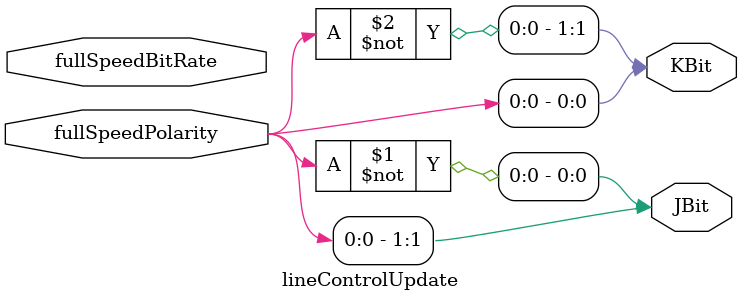
<source format=v>
module lineControlUpdate(
	input			fullSpeedPolarity,
	input			fullSpeedBitRate,
	output	[1:0]	JBit,
	output	[1:0]	KBit
);

	assign JBit = {fullSpeedPolarity, ~fullSpeedPolarity};
	assign KBit = {~fullSpeedPolarity, fullSpeedPolarity};

endmodule

</source>
